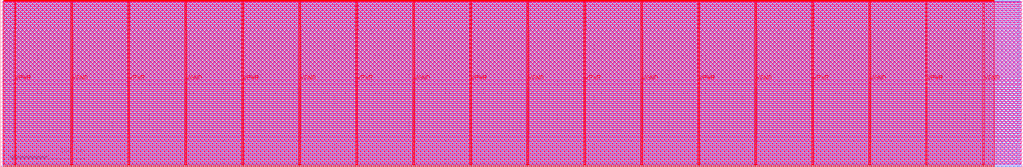
<source format=lef>
VERSION 5.7 ;
  NOWIREEXTENSIONATPIN ON ;
  DIVIDERCHAR "/" ;
  BUSBITCHARS "[]" ;
MACRO tt_um_pongsagon_tiniest_gpu
  CLASS BLOCK ;
  FOREIGN tt_um_pongsagon_tiniest_gpu ;
  ORIGIN 0.000 0.000 ;
  SIZE 1378.160 BY 225.760 ;
  PIN VGND
    DIRECTION INOUT ;
    USE GROUND ;
    PORT
      LAYER met4 ;
        RECT 95.080 2.480 96.680 223.280 ;
    END
    PORT
      LAYER met4 ;
        RECT 248.680 2.480 250.280 223.280 ;
    END
    PORT
      LAYER met4 ;
        RECT 402.280 2.480 403.880 223.280 ;
    END
    PORT
      LAYER met4 ;
        RECT 555.880 2.480 557.480 223.280 ;
    END
    PORT
      LAYER met4 ;
        RECT 709.480 2.480 711.080 223.280 ;
    END
    PORT
      LAYER met4 ;
        RECT 863.080 2.480 864.680 223.280 ;
    END
    PORT
      LAYER met4 ;
        RECT 1016.680 2.480 1018.280 223.280 ;
    END
    PORT
      LAYER met4 ;
        RECT 1170.280 2.480 1171.880 223.280 ;
    END
    PORT
      LAYER met4 ;
        RECT 1323.880 2.480 1325.480 223.280 ;
    END
  END VGND
  PIN VPWR
    DIRECTION INOUT ;
    USE POWER ;
    PORT
      LAYER met4 ;
        RECT 18.280 2.480 19.880 223.280 ;
    END
    PORT
      LAYER met4 ;
        RECT 171.880 2.480 173.480 223.280 ;
    END
    PORT
      LAYER met4 ;
        RECT 325.480 2.480 327.080 223.280 ;
    END
    PORT
      LAYER met4 ;
        RECT 479.080 2.480 480.680 223.280 ;
    END
    PORT
      LAYER met4 ;
        RECT 632.680 2.480 634.280 223.280 ;
    END
    PORT
      LAYER met4 ;
        RECT 786.280 2.480 787.880 223.280 ;
    END
    PORT
      LAYER met4 ;
        RECT 939.880 2.480 941.480 223.280 ;
    END
    PORT
      LAYER met4 ;
        RECT 1093.480 2.480 1095.080 223.280 ;
    END
    PORT
      LAYER met4 ;
        RECT 1247.080 2.480 1248.680 223.280 ;
    END
  END VPWR
  PIN clk
    DIRECTION INPUT ;
    USE SIGNAL ;
    ANTENNAGATEAREA 0.852000 ;
    ANTENNADIFFAREA 0.434700 ;
    PORT
      LAYER met4 ;
        RECT 154.870 224.760 155.170 225.760 ;
    END
  END clk
  PIN ena
    DIRECTION INPUT ;
    USE SIGNAL ;
    PORT
      LAYER met4 ;
        RECT 158.550 224.760 158.850 225.760 ;
    END
  END ena
  PIN rst_n
    DIRECTION INPUT ;
    USE SIGNAL ;
    ANTENNAGATEAREA 0.247500 ;
    PORT
      LAYER met4 ;
        RECT 151.190 224.760 151.490 225.760 ;
    END
  END rst_n
  PIN ui_in[0]
    DIRECTION INPUT ;
    USE SIGNAL ;
    PORT
      LAYER met4 ;
        RECT 147.510 224.760 147.810 225.760 ;
    END
  END ui_in[0]
  PIN ui_in[1]
    DIRECTION INPUT ;
    USE SIGNAL ;
    PORT
      LAYER met4 ;
        RECT 143.830 224.760 144.130 225.760 ;
    END
  END ui_in[1]
  PIN ui_in[2]
    DIRECTION INPUT ;
    USE SIGNAL ;
    PORT
      LAYER met4 ;
        RECT 140.150 224.760 140.450 225.760 ;
    END
  END ui_in[2]
  PIN ui_in[3]
    DIRECTION INPUT ;
    USE SIGNAL ;
    ANTENNAGATEAREA 0.742500 ;
    PORT
      LAYER met4 ;
        RECT 136.470 224.760 136.770 225.760 ;
    END
  END ui_in[3]
  PIN ui_in[4]
    DIRECTION INPUT ;
    USE SIGNAL ;
    PORT
      LAYER met4 ;
        RECT 132.790 224.760 133.090 225.760 ;
    END
  END ui_in[4]
  PIN ui_in[5]
    DIRECTION INPUT ;
    USE SIGNAL ;
    PORT
      LAYER met4 ;
        RECT 129.110 224.760 129.410 225.760 ;
    END
  END ui_in[5]
  PIN ui_in[6]
    DIRECTION INPUT ;
    USE SIGNAL ;
    PORT
      LAYER met4 ;
        RECT 125.430 224.760 125.730 225.760 ;
    END
  END ui_in[6]
  PIN ui_in[7]
    DIRECTION INPUT ;
    USE SIGNAL ;
    PORT
      LAYER met4 ;
        RECT 121.750 224.760 122.050 225.760 ;
    END
  END ui_in[7]
  PIN uio_in[0]
    DIRECTION INPUT ;
    USE SIGNAL ;
    PORT
      LAYER met4 ;
        RECT 118.070 224.760 118.370 225.760 ;
    END
  END uio_in[0]
  PIN uio_in[1]
    DIRECTION INPUT ;
    USE SIGNAL ;
    PORT
      LAYER met4 ;
        RECT 114.390 224.760 114.690 225.760 ;
    END
  END uio_in[1]
  PIN uio_in[2]
    DIRECTION INPUT ;
    USE SIGNAL ;
    PORT
      LAYER met4 ;
        RECT 110.710 224.760 111.010 225.760 ;
    END
  END uio_in[2]
  PIN uio_in[3]
    DIRECTION INPUT ;
    USE SIGNAL ;
    PORT
      LAYER met4 ;
        RECT 107.030 224.760 107.330 225.760 ;
    END
  END uio_in[3]
  PIN uio_in[4]
    DIRECTION INPUT ;
    USE SIGNAL ;
    PORT
      LAYER met4 ;
        RECT 103.350 224.760 103.650 225.760 ;
    END
  END uio_in[4]
  PIN uio_in[5]
    DIRECTION INPUT ;
    USE SIGNAL ;
    PORT
      LAYER met4 ;
        RECT 99.670 224.760 99.970 225.760 ;
    END
  END uio_in[5]
  PIN uio_in[6]
    DIRECTION INPUT ;
    USE SIGNAL ;
    PORT
      LAYER met4 ;
        RECT 95.990 224.760 96.290 225.760 ;
    END
  END uio_in[6]
  PIN uio_in[7]
    DIRECTION INPUT ;
    USE SIGNAL ;
    PORT
      LAYER met4 ;
        RECT 92.310 224.760 92.610 225.760 ;
    END
  END uio_in[7]
  PIN uio_oe[0]
    DIRECTION OUTPUT TRISTATE ;
    USE SIGNAL ;
    PORT
      LAYER met4 ;
        RECT 29.750 224.760 30.050 225.760 ;
    END
  END uio_oe[0]
  PIN uio_oe[1]
    DIRECTION OUTPUT TRISTATE ;
    USE SIGNAL ;
    PORT
      LAYER met4 ;
        RECT 26.070 224.760 26.370 225.760 ;
    END
  END uio_oe[1]
  PIN uio_oe[2]
    DIRECTION OUTPUT TRISTATE ;
    USE SIGNAL ;
    PORT
      LAYER met4 ;
        RECT 22.390 224.760 22.690 225.760 ;
    END
  END uio_oe[2]
  PIN uio_oe[3]
    DIRECTION OUTPUT TRISTATE ;
    USE SIGNAL ;
    PORT
      LAYER met4 ;
        RECT 18.710 224.760 19.010 225.760 ;
    END
  END uio_oe[3]
  PIN uio_oe[4]
    DIRECTION OUTPUT TRISTATE ;
    USE SIGNAL ;
    PORT
      LAYER met4 ;
        RECT 15.030 224.760 15.330 225.760 ;
    END
  END uio_oe[4]
  PIN uio_oe[5]
    DIRECTION OUTPUT TRISTATE ;
    USE SIGNAL ;
    PORT
      LAYER met4 ;
        RECT 11.350 224.760 11.650 225.760 ;
    END
  END uio_oe[5]
  PIN uio_oe[6]
    DIRECTION OUTPUT TRISTATE ;
    USE SIGNAL ;
    PORT
      LAYER met4 ;
        RECT 7.670 224.760 7.970 225.760 ;
    END
  END uio_oe[6]
  PIN uio_oe[7]
    DIRECTION OUTPUT TRISTATE ;
    USE SIGNAL ;
    PORT
      LAYER met4 ;
        RECT 3.990 224.760 4.290 225.760 ;
    END
  END uio_oe[7]
  PIN uio_out[0]
    DIRECTION OUTPUT TRISTATE ;
    USE SIGNAL ;
    ANTENNADIFFAREA 0.445500 ;
    PORT
      LAYER met4 ;
        RECT 59.190 224.760 59.490 225.760 ;
    END
  END uio_out[0]
  PIN uio_out[1]
    DIRECTION OUTPUT TRISTATE ;
    USE SIGNAL ;
    ANTENNADIFFAREA 0.445500 ;
    PORT
      LAYER met4 ;
        RECT 55.510 224.760 55.810 225.760 ;
    END
  END uio_out[1]
  PIN uio_out[2]
    DIRECTION OUTPUT TRISTATE ;
    USE SIGNAL ;
    ANTENNADIFFAREA 0.445500 ;
    PORT
      LAYER met4 ;
        RECT 51.830 224.760 52.130 225.760 ;
    END
  END uio_out[2]
  PIN uio_out[3]
    DIRECTION OUTPUT TRISTATE ;
    USE SIGNAL ;
    ANTENNADIFFAREA 0.795200 ;
    PORT
      LAYER met4 ;
        RECT 48.150 224.760 48.450 225.760 ;
    END
  END uio_out[3]
  PIN uio_out[4]
    DIRECTION OUTPUT TRISTATE ;
    USE SIGNAL ;
    ANTENNADIFFAREA 0.795200 ;
    PORT
      LAYER met4 ;
        RECT 44.470 224.760 44.770 225.760 ;
    END
  END uio_out[4]
  PIN uio_out[5]
    DIRECTION OUTPUT TRISTATE ;
    USE SIGNAL ;
    ANTENNADIFFAREA 0.795200 ;
    PORT
      LAYER met4 ;
        RECT 40.790 224.760 41.090 225.760 ;
    END
  END uio_out[5]
  PIN uio_out[6]
    DIRECTION OUTPUT TRISTATE ;
    USE SIGNAL ;
    ANTENNADIFFAREA 0.445500 ;
    PORT
      LAYER met4 ;
        RECT 37.110 224.760 37.410 225.760 ;
    END
  END uio_out[6]
  PIN uio_out[7]
    DIRECTION OUTPUT TRISTATE ;
    USE SIGNAL ;
    ANTENNADIFFAREA 0.445500 ;
    PORT
      LAYER met4 ;
        RECT 33.430 224.760 33.730 225.760 ;
    END
  END uio_out[7]
  PIN uo_out[0]
    DIRECTION OUTPUT TRISTATE ;
    USE SIGNAL ;
    PORT
      LAYER met4 ;
        RECT 88.630 224.760 88.930 225.760 ;
    END
  END uo_out[0]
  PIN uo_out[1]
    DIRECTION OUTPUT TRISTATE ;
    USE SIGNAL ;
    PORT
      LAYER met4 ;
        RECT 84.950 224.760 85.250 225.760 ;
    END
  END uo_out[1]
  PIN uo_out[2]
    DIRECTION OUTPUT TRISTATE ;
    USE SIGNAL ;
    PORT
      LAYER met4 ;
        RECT 81.270 224.760 81.570 225.760 ;
    END
  END uo_out[2]
  PIN uo_out[3]
    DIRECTION OUTPUT TRISTATE ;
    USE SIGNAL ;
    PORT
      LAYER met4 ;
        RECT 77.590 224.760 77.890 225.760 ;
    END
  END uo_out[3]
  PIN uo_out[4]
    DIRECTION OUTPUT TRISTATE ;
    USE SIGNAL ;
    PORT
      LAYER met4 ;
        RECT 73.910 224.760 74.210 225.760 ;
    END
  END uo_out[4]
  PIN uo_out[5]
    DIRECTION OUTPUT TRISTATE ;
    USE SIGNAL ;
    PORT
      LAYER met4 ;
        RECT 70.230 224.760 70.530 225.760 ;
    END
  END uo_out[5]
  PIN uo_out[6]
    DIRECTION OUTPUT TRISTATE ;
    USE SIGNAL ;
    PORT
      LAYER met4 ;
        RECT 66.550 224.760 66.850 225.760 ;
    END
  END uo_out[6]
  PIN uo_out[7]
    DIRECTION OUTPUT TRISTATE ;
    USE SIGNAL ;
    PORT
      LAYER met4 ;
        RECT 62.870 224.760 63.170 225.760 ;
    END
  END uo_out[7]
  OBS
      LAYER nwell ;
        RECT 2.570 221.625 1375.590 223.230 ;
        RECT 2.570 216.185 1375.590 219.015 ;
        RECT 2.570 210.745 1375.590 213.575 ;
        RECT 2.570 205.305 1375.590 208.135 ;
        RECT 2.570 199.865 1375.590 202.695 ;
        RECT 2.570 194.425 1375.590 197.255 ;
        RECT 2.570 188.985 1375.590 191.815 ;
        RECT 2.570 183.545 1375.590 186.375 ;
        RECT 2.570 178.105 1375.590 180.935 ;
        RECT 2.570 172.665 1375.590 175.495 ;
        RECT 2.570 167.225 1375.590 170.055 ;
        RECT 2.570 161.785 1375.590 164.615 ;
        RECT 2.570 156.345 1375.590 159.175 ;
        RECT 2.570 150.905 1375.590 153.735 ;
        RECT 2.570 145.465 1375.590 148.295 ;
        RECT 2.570 140.025 1375.590 142.855 ;
        RECT 2.570 134.585 1375.590 137.415 ;
        RECT 2.570 129.145 1375.590 131.975 ;
        RECT 2.570 123.705 1375.590 126.535 ;
        RECT 2.570 118.265 1375.590 121.095 ;
        RECT 2.570 112.825 1375.590 115.655 ;
        RECT 2.570 107.385 1375.590 110.215 ;
        RECT 2.570 101.945 1375.590 104.775 ;
        RECT 2.570 96.505 1375.590 99.335 ;
        RECT 2.570 91.065 1375.590 93.895 ;
        RECT 2.570 85.625 1375.590 88.455 ;
        RECT 2.570 80.185 1375.590 83.015 ;
        RECT 2.570 74.745 1375.590 77.575 ;
        RECT 2.570 69.305 1375.590 72.135 ;
        RECT 2.570 63.865 1375.590 66.695 ;
        RECT 2.570 58.425 1375.590 61.255 ;
        RECT 2.570 52.985 1375.590 55.815 ;
        RECT 2.570 47.545 1375.590 50.375 ;
        RECT 2.570 42.105 1375.590 44.935 ;
        RECT 2.570 36.665 1375.590 39.495 ;
        RECT 2.570 31.225 1375.590 34.055 ;
        RECT 2.570 25.785 1375.590 28.615 ;
        RECT 2.570 20.345 1375.590 23.175 ;
        RECT 2.570 14.905 1375.590 17.735 ;
        RECT 2.570 9.465 1375.590 12.295 ;
        RECT 2.570 4.025 1375.590 6.855 ;
      LAYER li1 ;
        RECT 2.760 2.635 1375.400 223.125 ;
      LAYER met1 ;
        RECT 2.760 0.040 1375.400 223.680 ;
      LAYER met2 ;
        RECT 4.230 0.010 1373.460 224.245 ;
      LAYER met3 ;
        RECT 3.950 0.175 1371.195 224.225 ;
      LAYER met4 ;
        RECT 4.690 224.360 7.270 224.760 ;
        RECT 8.370 224.360 10.950 224.760 ;
        RECT 12.050 224.360 14.630 224.760 ;
        RECT 15.730 224.360 18.310 224.760 ;
        RECT 19.410 224.360 21.990 224.760 ;
        RECT 23.090 224.360 25.670 224.760 ;
        RECT 26.770 224.360 29.350 224.760 ;
        RECT 30.450 224.360 33.030 224.760 ;
        RECT 34.130 224.360 36.710 224.760 ;
        RECT 37.810 224.360 40.390 224.760 ;
        RECT 41.490 224.360 44.070 224.760 ;
        RECT 45.170 224.360 47.750 224.760 ;
        RECT 48.850 224.360 51.430 224.760 ;
        RECT 52.530 224.360 55.110 224.760 ;
        RECT 56.210 224.360 58.790 224.760 ;
        RECT 59.890 224.360 62.470 224.760 ;
        RECT 63.570 224.360 66.150 224.760 ;
        RECT 67.250 224.360 69.830 224.760 ;
        RECT 70.930 224.360 73.510 224.760 ;
        RECT 74.610 224.360 77.190 224.760 ;
        RECT 78.290 224.360 80.870 224.760 ;
        RECT 81.970 224.360 84.550 224.760 ;
        RECT 85.650 224.360 88.230 224.760 ;
        RECT 89.330 224.360 91.910 224.760 ;
        RECT 93.010 224.360 95.590 224.760 ;
        RECT 96.690 224.360 99.270 224.760 ;
        RECT 100.370 224.360 102.950 224.760 ;
        RECT 104.050 224.360 106.630 224.760 ;
        RECT 107.730 224.360 110.310 224.760 ;
        RECT 111.410 224.360 113.990 224.760 ;
        RECT 115.090 224.360 117.670 224.760 ;
        RECT 118.770 224.360 121.350 224.760 ;
        RECT 122.450 224.360 125.030 224.760 ;
        RECT 126.130 224.360 128.710 224.760 ;
        RECT 129.810 224.360 132.390 224.760 ;
        RECT 133.490 224.360 136.070 224.760 ;
        RECT 137.170 224.360 139.750 224.760 ;
        RECT 140.850 224.360 143.430 224.760 ;
        RECT 144.530 224.360 147.110 224.760 ;
        RECT 148.210 224.360 150.790 224.760 ;
        RECT 151.890 224.360 154.470 224.760 ;
        RECT 155.570 224.360 158.150 224.760 ;
        RECT 159.250 224.360 1339.225 224.760 ;
        RECT 3.975 223.680 1339.225 224.360 ;
        RECT 3.975 2.080 17.880 223.680 ;
        RECT 20.280 2.080 94.680 223.680 ;
        RECT 97.080 2.080 171.480 223.680 ;
        RECT 173.880 2.080 248.280 223.680 ;
        RECT 250.680 2.080 325.080 223.680 ;
        RECT 327.480 2.080 401.880 223.680 ;
        RECT 404.280 2.080 478.680 223.680 ;
        RECT 481.080 2.080 555.480 223.680 ;
        RECT 557.880 2.080 632.280 223.680 ;
        RECT 634.680 2.080 709.080 223.680 ;
        RECT 711.480 2.080 785.880 223.680 ;
        RECT 788.280 2.080 862.680 223.680 ;
        RECT 865.080 2.080 939.480 223.680 ;
        RECT 941.880 2.080 1016.280 223.680 ;
        RECT 1018.680 2.080 1093.080 223.680 ;
        RECT 1095.480 2.080 1169.880 223.680 ;
        RECT 1172.280 2.080 1246.680 223.680 ;
        RECT 1249.080 2.080 1323.480 223.680 ;
        RECT 1325.880 2.080 1339.225 223.680 ;
        RECT 3.975 0.175 1339.225 2.080 ;
  END
END tt_um_pongsagon_tiniest_gpu
END LIBRARY


</source>
